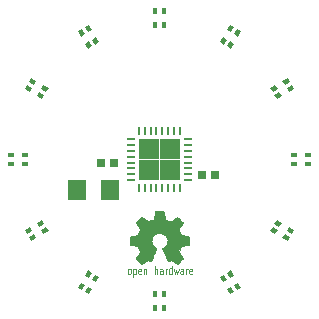
<source format=gbr>
G04 #@! TF.FileFunction,Soldermask,Top*
%FSLAX46Y46*%
G04 Gerber Fmt 4.6, Leading zero omitted, Abs format (unit mm)*
G04 Created by KiCad (PCBNEW (2015-03-21 BZR 5528)-product) date Wed 25 Mar 2015 08:48:55 AM EET*
%MOMM*%
G01*
G04 APERTURE LIST*
%ADD10C,0.100000*%
%ADD11C,0.075000*%
%ADD12C,0.002540*%
%ADD13R,0.700000X0.250000*%
%ADD14R,0.250000X0.700000*%
%ADD15R,1.725000X1.725000*%
%ADD16R,0.800100X0.698500*%
%ADD17R,1.600200X1.803400*%
%ADD18R,0.500000X0.400000*%
%ADD19R,0.400000X0.500000*%
G04 APERTURE END LIST*
D10*
D11*
X2260000Y-9224000D02*
X2260000Y-9684000D01*
X2350000Y-9224000D02*
X2400000Y-9224000D01*
X2300000Y-9254000D02*
X2350000Y-9224000D01*
X2280000Y-9274000D02*
X2300000Y-9254000D01*
X2260000Y-9344000D02*
X2280000Y-9274000D01*
X2700000Y-9684000D02*
X2750000Y-9654000D01*
X2600000Y-9684000D02*
X2700000Y-9684000D01*
X2560000Y-9654000D02*
X2600000Y-9684000D01*
X2540000Y-9584000D02*
X2560000Y-9654000D01*
X2540000Y-9314000D02*
X2540000Y-9584000D01*
X2570000Y-9254000D02*
X2540000Y-9314000D01*
X2610000Y-9224000D02*
X2570000Y-9254000D01*
X2710000Y-9224000D02*
X2610000Y-9224000D01*
X2750000Y-9264000D02*
X2710000Y-9224000D01*
X2770000Y-9334000D02*
X2750000Y-9264000D01*
X2770000Y-9454000D02*
X2770000Y-9334000D01*
X2770000Y-9454000D02*
X2540000Y-9454000D01*
X2020000Y-9314000D02*
X2020000Y-9684000D01*
X1990000Y-9254000D02*
X2020000Y-9314000D01*
X1950000Y-9224000D02*
X1990000Y-9254000D01*
X1850000Y-9224000D02*
X1950000Y-9224000D01*
X1800000Y-9254000D02*
X1850000Y-9224000D01*
X1860000Y-9414000D02*
X1810000Y-9444000D01*
X1980000Y-9414000D02*
X1860000Y-9414000D01*
X2020000Y-9384000D02*
X1980000Y-9414000D01*
X1970000Y-9684000D02*
X2020000Y-9644000D01*
X1850000Y-9684000D02*
X1970000Y-9684000D01*
X1800000Y-9644000D02*
X1850000Y-9684000D01*
X1780000Y-9584000D02*
X1800000Y-9644000D01*
X1780000Y-9514000D02*
X1780000Y-9584000D01*
X1810000Y-9444000D02*
X1780000Y-9514000D01*
X1230000Y-9224000D02*
X1330000Y-9684000D01*
X1330000Y-9684000D02*
X1420000Y-9344000D01*
X1420000Y-9344000D02*
X1520000Y-9684000D01*
X1520000Y-9684000D02*
X1620000Y-9224000D01*
X1040000Y-9654000D02*
X1000000Y-9684000D01*
X1000000Y-9684000D02*
X890000Y-9684000D01*
X890000Y-9684000D02*
X850000Y-9654000D01*
X850000Y-9654000D02*
X830000Y-9624000D01*
X830000Y-9624000D02*
X800000Y-9554000D01*
X800000Y-9554000D02*
X800000Y-9354000D01*
X800000Y-9354000D02*
X830000Y-9284000D01*
X830000Y-9284000D02*
X850000Y-9254000D01*
X850000Y-9254000D02*
X910000Y-9214000D01*
X910000Y-9214000D02*
X980000Y-9214000D01*
X980000Y-9214000D02*
X1040000Y-9254000D01*
X1040000Y-8984000D02*
X1040000Y-9684000D01*
X520000Y-9344000D02*
X540000Y-9274000D01*
X540000Y-9274000D02*
X560000Y-9254000D01*
X560000Y-9254000D02*
X610000Y-9224000D01*
X610000Y-9224000D02*
X660000Y-9224000D01*
X520000Y-9224000D02*
X520000Y-9684000D01*
X70000Y-9444000D02*
X40000Y-9514000D01*
X40000Y-9514000D02*
X40000Y-9584000D01*
X40000Y-9584000D02*
X60000Y-9644000D01*
X60000Y-9644000D02*
X110000Y-9684000D01*
X110000Y-9684000D02*
X230000Y-9684000D01*
X230000Y-9684000D02*
X280000Y-9644000D01*
X280000Y-9384000D02*
X240000Y-9414000D01*
X240000Y-9414000D02*
X120000Y-9414000D01*
X120000Y-9414000D02*
X70000Y-9444000D01*
X60000Y-9254000D02*
X110000Y-9224000D01*
X110000Y-9224000D02*
X210000Y-9224000D01*
X210000Y-9224000D02*
X250000Y-9254000D01*
X250000Y-9254000D02*
X280000Y-9314000D01*
X280000Y-9314000D02*
X280000Y-9684000D01*
X-390000Y-9294000D02*
X-370000Y-9254000D01*
X-370000Y-9254000D02*
X-320000Y-9224000D01*
X-320000Y-9224000D02*
X-240000Y-9224000D01*
X-240000Y-9224000D02*
X-200000Y-9254000D01*
X-200000Y-9254000D02*
X-180000Y-9314000D01*
X-180000Y-9314000D02*
X-180000Y-9684000D01*
X-390000Y-8984000D02*
X-390000Y-9684000D01*
X-1540000Y-9454000D02*
X-1770000Y-9454000D01*
X-1320000Y-9284000D02*
X-1300000Y-9254000D01*
X-1300000Y-9254000D02*
X-1260000Y-9224000D01*
X-1260000Y-9224000D02*
X-1170000Y-9224000D01*
X-1170000Y-9224000D02*
X-1130000Y-9254000D01*
X-1130000Y-9254000D02*
X-1110000Y-9314000D01*
X-1110000Y-9314000D02*
X-1110000Y-9684000D01*
X-1320000Y-9224000D02*
X-1320000Y-9684000D01*
X-1540000Y-9454000D02*
X-1540000Y-9334000D01*
X-1540000Y-9334000D02*
X-1560000Y-9264000D01*
X-1560000Y-9264000D02*
X-1600000Y-9224000D01*
X-1600000Y-9224000D02*
X-1700000Y-9224000D01*
X-1700000Y-9224000D02*
X-1740000Y-9254000D01*
X-1740000Y-9254000D02*
X-1770000Y-9314000D01*
X-1770000Y-9314000D02*
X-1770000Y-9584000D01*
X-1770000Y-9584000D02*
X-1750000Y-9654000D01*
X-1750000Y-9654000D02*
X-1710000Y-9684000D01*
X-1710000Y-9684000D02*
X-1610000Y-9684000D01*
X-1610000Y-9684000D02*
X-1560000Y-9654000D01*
X-2200000Y-9254000D02*
X-2160000Y-9224000D01*
X-2160000Y-9224000D02*
X-2060000Y-9224000D01*
X-2060000Y-9224000D02*
X-2020000Y-9254000D01*
X-2020000Y-9254000D02*
X-1990000Y-9284000D01*
X-1990000Y-9284000D02*
X-1970000Y-9344000D01*
X-1970000Y-9344000D02*
X-1970000Y-9564000D01*
X-1970000Y-9564000D02*
X-1990000Y-9624000D01*
X-1990000Y-9624000D02*
X-2010000Y-9654000D01*
X-2010000Y-9654000D02*
X-2050000Y-9684000D01*
X-2050000Y-9684000D02*
X-2150000Y-9684000D01*
X-2150000Y-9684000D02*
X-2200000Y-9654000D01*
X-2200000Y-9924000D02*
X-2200000Y-9224000D01*
X-2510000Y-9224000D02*
X-2590000Y-9224000D01*
X-2590000Y-9224000D02*
X-2630000Y-9254000D01*
X-2630000Y-9254000D02*
X-2650000Y-9284000D01*
X-2650000Y-9284000D02*
X-2680000Y-9354000D01*
X-2590000Y-9684000D02*
X-2510000Y-9684000D01*
X-2510000Y-9684000D02*
X-2460000Y-9654000D01*
X-2460000Y-9654000D02*
X-2440000Y-9624000D01*
X-2440000Y-9624000D02*
X-2420000Y-9554000D01*
X-2420000Y-9554000D02*
X-2420000Y-9354000D01*
X-2420000Y-9354000D02*
X-2440000Y-9294000D01*
X-2440000Y-9294000D02*
X-2460000Y-9264000D01*
X-2460000Y-9264000D02*
X-2510000Y-9224000D01*
X-2680000Y-9354000D02*
X-2680000Y-9554000D01*
X-2680000Y-9554000D02*
X-2660000Y-9614000D01*
X-2660000Y-9614000D02*
X-2640000Y-9644000D01*
X-2640000Y-9644000D02*
X-2590000Y-9684000D01*
D12*
G36*
X-1513840Y-8849360D02*
X-1488440Y-8834120D01*
X-1430020Y-8798560D01*
X-1346200Y-8742680D01*
X-1247140Y-8676640D01*
X-1148080Y-8610600D01*
X-1066800Y-8557260D01*
X-1010920Y-8519160D01*
X-985520Y-8506460D01*
X-972820Y-8511540D01*
X-927100Y-8534400D01*
X-858520Y-8569960D01*
X-817880Y-8590280D01*
X-756920Y-8615680D01*
X-723900Y-8623300D01*
X-718820Y-8613140D01*
X-695960Y-8564880D01*
X-660400Y-8483600D01*
X-614680Y-8374380D01*
X-558800Y-8247380D01*
X-502920Y-8112760D01*
X-444500Y-7973060D01*
X-388620Y-7838440D01*
X-340360Y-7719060D01*
X-299720Y-7622540D01*
X-274320Y-7553960D01*
X-264160Y-7526020D01*
X-266700Y-7518400D01*
X-299720Y-7487920D01*
X-353060Y-7447280D01*
X-472440Y-7350760D01*
X-589280Y-7205980D01*
X-660400Y-7040880D01*
X-683260Y-6855460D01*
X-662940Y-6685280D01*
X-596900Y-6522720D01*
X-482600Y-6375400D01*
X-342900Y-6266180D01*
X-180340Y-6197600D01*
X0Y-6174740D01*
X172720Y-6195060D01*
X340360Y-6261100D01*
X487680Y-6372860D01*
X551180Y-6443980D01*
X637540Y-6593840D01*
X685800Y-6751320D01*
X690880Y-6791960D01*
X683260Y-6967220D01*
X632460Y-7137400D01*
X538480Y-7287260D01*
X408940Y-7411720D01*
X393700Y-7421880D01*
X335280Y-7467600D01*
X294640Y-7498080D01*
X264160Y-7523480D01*
X487680Y-8061960D01*
X523240Y-8145780D01*
X584200Y-8293100D01*
X637540Y-8420100D01*
X680720Y-8521700D01*
X711200Y-8587740D01*
X723900Y-8615680D01*
X723900Y-8618220D01*
X744220Y-8620760D01*
X784860Y-8605520D01*
X861060Y-8569960D01*
X909320Y-8544560D01*
X967740Y-8516620D01*
X993140Y-8506460D01*
X1016000Y-8519160D01*
X1069340Y-8554720D01*
X1150620Y-8608060D01*
X1247140Y-8671560D01*
X1338580Y-8735060D01*
X1422400Y-8790940D01*
X1483360Y-8829040D01*
X1513840Y-8846820D01*
X1518920Y-8846820D01*
X1544320Y-8831580D01*
X1592580Y-8790940D01*
X1666240Y-8722360D01*
X1770380Y-8618220D01*
X1785620Y-8602980D01*
X1871980Y-8516620D01*
X1940560Y-8442960D01*
X1986280Y-8392160D01*
X2004060Y-8369300D01*
X2004060Y-8369300D01*
X1988820Y-8338820D01*
X1950720Y-8277860D01*
X1894840Y-8191500D01*
X1826260Y-8092440D01*
X1648460Y-7833360D01*
X1744980Y-7589520D01*
X1775460Y-7513320D01*
X1813560Y-7424420D01*
X1841500Y-7358380D01*
X1856740Y-7330440D01*
X1882140Y-7320280D01*
X1950720Y-7305040D01*
X2047240Y-7284720D01*
X2161540Y-7264400D01*
X2273300Y-7244080D01*
X2372360Y-7223760D01*
X2443480Y-7211060D01*
X2476500Y-7203440D01*
X2484120Y-7198360D01*
X2491740Y-7183120D01*
X2494280Y-7150100D01*
X2496820Y-7089140D01*
X2499360Y-6995160D01*
X2499360Y-6855460D01*
X2499360Y-6840220D01*
X2496820Y-6710680D01*
X2494280Y-6604000D01*
X2491740Y-6537960D01*
X2486660Y-6510020D01*
X2486660Y-6510020D01*
X2456180Y-6502400D01*
X2385060Y-6487160D01*
X2286000Y-6469380D01*
X2166620Y-6446520D01*
X2159000Y-6443980D01*
X2042160Y-6421120D01*
X1943100Y-6400800D01*
X1871980Y-6385560D01*
X1844040Y-6375400D01*
X1836420Y-6367780D01*
X1813560Y-6322060D01*
X1780540Y-6248400D01*
X1739900Y-6159500D01*
X1701800Y-6065520D01*
X1668780Y-5981700D01*
X1645920Y-5920740D01*
X1638300Y-5892800D01*
X1640840Y-5890260D01*
X1658620Y-5862320D01*
X1699260Y-5801360D01*
X1755140Y-5717540D01*
X1823720Y-5615940D01*
X1828800Y-5608320D01*
X1897380Y-5509260D01*
X1953260Y-5422900D01*
X1988820Y-5364480D01*
X2004060Y-5336540D01*
X2004060Y-5334000D01*
X1981200Y-5303520D01*
X1930400Y-5247640D01*
X1856740Y-5171440D01*
X1770380Y-5082540D01*
X1742440Y-5057140D01*
X1643380Y-4960620D01*
X1577340Y-4899660D01*
X1534160Y-4866640D01*
X1513840Y-4859020D01*
X1513840Y-4859020D01*
X1483360Y-4876800D01*
X1419860Y-4917440D01*
X1336040Y-4975860D01*
X1234440Y-5044440D01*
X1226820Y-5049520D01*
X1127760Y-5118100D01*
X1043940Y-5173980D01*
X985520Y-5214620D01*
X957580Y-5229860D01*
X955040Y-5229860D01*
X914400Y-5217160D01*
X843280Y-5191760D01*
X754380Y-5158740D01*
X662940Y-5120640D01*
X579120Y-5085080D01*
X515620Y-5057140D01*
X485140Y-5039360D01*
X485140Y-5039360D01*
X474980Y-5003800D01*
X457200Y-4927600D01*
X436880Y-4826000D01*
X411480Y-4704080D01*
X408940Y-4683760D01*
X386080Y-4564380D01*
X368300Y-4465320D01*
X353060Y-4396740D01*
X345440Y-4368800D01*
X330200Y-4366260D01*
X271780Y-4361180D01*
X182880Y-4358640D01*
X73660Y-4358640D01*
X-38100Y-4358640D01*
X-147320Y-4361180D01*
X-241300Y-4363720D01*
X-309880Y-4368800D01*
X-337820Y-4373880D01*
X-337820Y-4376420D01*
X-347980Y-4414520D01*
X-365760Y-4488180D01*
X-386080Y-4592320D01*
X-408940Y-4714240D01*
X-414020Y-4737100D01*
X-436880Y-4853940D01*
X-457200Y-4953000D01*
X-469900Y-5019040D01*
X-477520Y-5046980D01*
X-490220Y-5052060D01*
X-538480Y-5072380D01*
X-617220Y-5105400D01*
X-716280Y-5146040D01*
X-944880Y-5237480D01*
X-1226820Y-5046980D01*
X-1252220Y-5029200D01*
X-1353820Y-4960620D01*
X-1435100Y-4904740D01*
X-1493520Y-4866640D01*
X-1516380Y-4853940D01*
X-1518920Y-4853940D01*
X-1546860Y-4879340D01*
X-1602740Y-4932680D01*
X-1678940Y-5006340D01*
X-1767840Y-5092700D01*
X-1831340Y-5158740D01*
X-1910080Y-5237480D01*
X-1958340Y-5290820D01*
X-1986280Y-5323840D01*
X-1993900Y-5344160D01*
X-1991360Y-5359400D01*
X-1973580Y-5387340D01*
X-1932940Y-5448300D01*
X-1874520Y-5534660D01*
X-1805940Y-5633720D01*
X-1750060Y-5717540D01*
X-1689100Y-5811520D01*
X-1651000Y-5877560D01*
X-1635760Y-5910580D01*
X-1640840Y-5923280D01*
X-1658620Y-5979160D01*
X-1694180Y-6062980D01*
X-1734820Y-6162040D01*
X-1833880Y-6383020D01*
X-1978660Y-6410960D01*
X-2067560Y-6428740D01*
X-2189480Y-6451600D01*
X-2308860Y-6474460D01*
X-2491740Y-6510020D01*
X-2499360Y-7185660D01*
X-2471420Y-7198360D01*
X-2443480Y-7205980D01*
X-2374900Y-7221220D01*
X-2278380Y-7241540D01*
X-2161540Y-7261860D01*
X-2065020Y-7279640D01*
X-1965960Y-7299960D01*
X-1894840Y-7312660D01*
X-1864360Y-7320280D01*
X-1854200Y-7330440D01*
X-1831340Y-7378700D01*
X-1795780Y-7454900D01*
X-1755140Y-7546340D01*
X-1717040Y-7640320D01*
X-1681480Y-7729220D01*
X-1658620Y-7795260D01*
X-1648460Y-7828280D01*
X-1661160Y-7856220D01*
X-1699260Y-7914640D01*
X-1752600Y-7995920D01*
X-1821180Y-8094980D01*
X-1887220Y-8191500D01*
X-1945640Y-8275320D01*
X-1983740Y-8336280D01*
X-2001520Y-8364220D01*
X-1991360Y-8382000D01*
X-1953260Y-8430260D01*
X-1879600Y-8506460D01*
X-1767840Y-8615680D01*
X-1750060Y-8633460D01*
X-1663700Y-8717280D01*
X-1590040Y-8785860D01*
X-1536700Y-8831580D01*
X-1513840Y-8849360D01*
X-1513840Y-8849360D01*
G37*
X-1513840Y-8849360D02*
X-1488440Y-8834120D01*
X-1430020Y-8798560D01*
X-1346200Y-8742680D01*
X-1247140Y-8676640D01*
X-1148080Y-8610600D01*
X-1066800Y-8557260D01*
X-1010920Y-8519160D01*
X-985520Y-8506460D01*
X-972820Y-8511540D01*
X-927100Y-8534400D01*
X-858520Y-8569960D01*
X-817880Y-8590280D01*
X-756920Y-8615680D01*
X-723900Y-8623300D01*
X-718820Y-8613140D01*
X-695960Y-8564880D01*
X-660400Y-8483600D01*
X-614680Y-8374380D01*
X-558800Y-8247380D01*
X-502920Y-8112760D01*
X-444500Y-7973060D01*
X-388620Y-7838440D01*
X-340360Y-7719060D01*
X-299720Y-7622540D01*
X-274320Y-7553960D01*
X-264160Y-7526020D01*
X-266700Y-7518400D01*
X-299720Y-7487920D01*
X-353060Y-7447280D01*
X-472440Y-7350760D01*
X-589280Y-7205980D01*
X-660400Y-7040880D01*
X-683260Y-6855460D01*
X-662940Y-6685280D01*
X-596900Y-6522720D01*
X-482600Y-6375400D01*
X-342900Y-6266180D01*
X-180340Y-6197600D01*
X0Y-6174740D01*
X172720Y-6195060D01*
X340360Y-6261100D01*
X487680Y-6372860D01*
X551180Y-6443980D01*
X637540Y-6593840D01*
X685800Y-6751320D01*
X690880Y-6791960D01*
X683260Y-6967220D01*
X632460Y-7137400D01*
X538480Y-7287260D01*
X408940Y-7411720D01*
X393700Y-7421880D01*
X335280Y-7467600D01*
X294640Y-7498080D01*
X264160Y-7523480D01*
X487680Y-8061960D01*
X523240Y-8145780D01*
X584200Y-8293100D01*
X637540Y-8420100D01*
X680720Y-8521700D01*
X711200Y-8587740D01*
X723900Y-8615680D01*
X723900Y-8618220D01*
X744220Y-8620760D01*
X784860Y-8605520D01*
X861060Y-8569960D01*
X909320Y-8544560D01*
X967740Y-8516620D01*
X993140Y-8506460D01*
X1016000Y-8519160D01*
X1069340Y-8554720D01*
X1150620Y-8608060D01*
X1247140Y-8671560D01*
X1338580Y-8735060D01*
X1422400Y-8790940D01*
X1483360Y-8829040D01*
X1513840Y-8846820D01*
X1518920Y-8846820D01*
X1544320Y-8831580D01*
X1592580Y-8790940D01*
X1666240Y-8722360D01*
X1770380Y-8618220D01*
X1785620Y-8602980D01*
X1871980Y-8516620D01*
X1940560Y-8442960D01*
X1986280Y-8392160D01*
X2004060Y-8369300D01*
X2004060Y-8369300D01*
X1988820Y-8338820D01*
X1950720Y-8277860D01*
X1894840Y-8191500D01*
X1826260Y-8092440D01*
X1648460Y-7833360D01*
X1744980Y-7589520D01*
X1775460Y-7513320D01*
X1813560Y-7424420D01*
X1841500Y-7358380D01*
X1856740Y-7330440D01*
X1882140Y-7320280D01*
X1950720Y-7305040D01*
X2047240Y-7284720D01*
X2161540Y-7264400D01*
X2273300Y-7244080D01*
X2372360Y-7223760D01*
X2443480Y-7211060D01*
X2476500Y-7203440D01*
X2484120Y-7198360D01*
X2491740Y-7183120D01*
X2494280Y-7150100D01*
X2496820Y-7089140D01*
X2499360Y-6995160D01*
X2499360Y-6855460D01*
X2499360Y-6840220D01*
X2496820Y-6710680D01*
X2494280Y-6604000D01*
X2491740Y-6537960D01*
X2486660Y-6510020D01*
X2486660Y-6510020D01*
X2456180Y-6502400D01*
X2385060Y-6487160D01*
X2286000Y-6469380D01*
X2166620Y-6446520D01*
X2159000Y-6443980D01*
X2042160Y-6421120D01*
X1943100Y-6400800D01*
X1871980Y-6385560D01*
X1844040Y-6375400D01*
X1836420Y-6367780D01*
X1813560Y-6322060D01*
X1780540Y-6248400D01*
X1739900Y-6159500D01*
X1701800Y-6065520D01*
X1668780Y-5981700D01*
X1645920Y-5920740D01*
X1638300Y-5892800D01*
X1640840Y-5890260D01*
X1658620Y-5862320D01*
X1699260Y-5801360D01*
X1755140Y-5717540D01*
X1823720Y-5615940D01*
X1828800Y-5608320D01*
X1897380Y-5509260D01*
X1953260Y-5422900D01*
X1988820Y-5364480D01*
X2004060Y-5336540D01*
X2004060Y-5334000D01*
X1981200Y-5303520D01*
X1930400Y-5247640D01*
X1856740Y-5171440D01*
X1770380Y-5082540D01*
X1742440Y-5057140D01*
X1643380Y-4960620D01*
X1577340Y-4899660D01*
X1534160Y-4866640D01*
X1513840Y-4859020D01*
X1513840Y-4859020D01*
X1483360Y-4876800D01*
X1419860Y-4917440D01*
X1336040Y-4975860D01*
X1234440Y-5044440D01*
X1226820Y-5049520D01*
X1127760Y-5118100D01*
X1043940Y-5173980D01*
X985520Y-5214620D01*
X957580Y-5229860D01*
X955040Y-5229860D01*
X914400Y-5217160D01*
X843280Y-5191760D01*
X754380Y-5158740D01*
X662940Y-5120640D01*
X579120Y-5085080D01*
X515620Y-5057140D01*
X485140Y-5039360D01*
X485140Y-5039360D01*
X474980Y-5003800D01*
X457200Y-4927600D01*
X436880Y-4826000D01*
X411480Y-4704080D01*
X408940Y-4683760D01*
X386080Y-4564380D01*
X368300Y-4465320D01*
X353060Y-4396740D01*
X345440Y-4368800D01*
X330200Y-4366260D01*
X271780Y-4361180D01*
X182880Y-4358640D01*
X73660Y-4358640D01*
X-38100Y-4358640D01*
X-147320Y-4361180D01*
X-241300Y-4363720D01*
X-309880Y-4368800D01*
X-337820Y-4373880D01*
X-337820Y-4376420D01*
X-347980Y-4414520D01*
X-365760Y-4488180D01*
X-386080Y-4592320D01*
X-408940Y-4714240D01*
X-414020Y-4737100D01*
X-436880Y-4853940D01*
X-457200Y-4953000D01*
X-469900Y-5019040D01*
X-477520Y-5046980D01*
X-490220Y-5052060D01*
X-538480Y-5072380D01*
X-617220Y-5105400D01*
X-716280Y-5146040D01*
X-944880Y-5237480D01*
X-1226820Y-5046980D01*
X-1252220Y-5029200D01*
X-1353820Y-4960620D01*
X-1435100Y-4904740D01*
X-1493520Y-4866640D01*
X-1516380Y-4853940D01*
X-1518920Y-4853940D01*
X-1546860Y-4879340D01*
X-1602740Y-4932680D01*
X-1678940Y-5006340D01*
X-1767840Y-5092700D01*
X-1831340Y-5158740D01*
X-1910080Y-5237480D01*
X-1958340Y-5290820D01*
X-1986280Y-5323840D01*
X-1993900Y-5344160D01*
X-1991360Y-5359400D01*
X-1973580Y-5387340D01*
X-1932940Y-5448300D01*
X-1874520Y-5534660D01*
X-1805940Y-5633720D01*
X-1750060Y-5717540D01*
X-1689100Y-5811520D01*
X-1651000Y-5877560D01*
X-1635760Y-5910580D01*
X-1640840Y-5923280D01*
X-1658620Y-5979160D01*
X-1694180Y-6062980D01*
X-1734820Y-6162040D01*
X-1833880Y-6383020D01*
X-1978660Y-6410960D01*
X-2067560Y-6428740D01*
X-2189480Y-6451600D01*
X-2308860Y-6474460D01*
X-2491740Y-6510020D01*
X-2499360Y-7185660D01*
X-2471420Y-7198360D01*
X-2443480Y-7205980D01*
X-2374900Y-7221220D01*
X-2278380Y-7241540D01*
X-2161540Y-7261860D01*
X-2065020Y-7279640D01*
X-1965960Y-7299960D01*
X-1894840Y-7312660D01*
X-1864360Y-7320280D01*
X-1854200Y-7330440D01*
X-1831340Y-7378700D01*
X-1795780Y-7454900D01*
X-1755140Y-7546340D01*
X-1717040Y-7640320D01*
X-1681480Y-7729220D01*
X-1658620Y-7795260D01*
X-1648460Y-7828280D01*
X-1661160Y-7856220D01*
X-1699260Y-7914640D01*
X-1752600Y-7995920D01*
X-1821180Y-8094980D01*
X-1887220Y-8191500D01*
X-1945640Y-8275320D01*
X-1983740Y-8336280D01*
X-2001520Y-8364220D01*
X-1991360Y-8382000D01*
X-1953260Y-8430260D01*
X-1879600Y-8506460D01*
X-1767840Y-8615680D01*
X-1750060Y-8633460D01*
X-1663700Y-8717280D01*
X-1590040Y-8785860D01*
X-1536700Y-8831580D01*
X-1513840Y-8849360D01*
D13*
X-2400000Y1750000D03*
X-2400000Y1250000D03*
X-2400000Y750000D03*
X-2400000Y250000D03*
X-2400000Y-250000D03*
X-2400000Y-750000D03*
X-2400000Y-1250000D03*
X-2400000Y-1750000D03*
D14*
X-1750000Y-2400000D03*
X-1250000Y-2400000D03*
X-750000Y-2400000D03*
X-250000Y-2400000D03*
X250000Y-2400000D03*
X750000Y-2400000D03*
X1250000Y-2400000D03*
X1750000Y-2400000D03*
D13*
X2400000Y-1750000D03*
X2400000Y-1250000D03*
X2400000Y-750000D03*
X2400000Y-250000D03*
X2400000Y250000D03*
X2400000Y750000D03*
X2400000Y1250000D03*
X2400000Y1750000D03*
D14*
X1750000Y2400000D03*
X1250000Y2400000D03*
X750000Y2400000D03*
X250000Y2400000D03*
X-250000Y2400000D03*
X-750000Y2400000D03*
X-1250000Y2400000D03*
X-1750000Y2400000D03*
D15*
X862500Y-862500D03*
X862500Y862500D03*
X-862500Y-862500D03*
X-862500Y862500D03*
D16*
X3642360Y-1270000D03*
X4739640Y-1270000D03*
X-3855720Y-254000D03*
X-4953000Y-254000D03*
D17*
X-6985000Y-2540000D03*
X-4191000Y-2540000D03*
D18*
X-11400000Y-350000D03*
X-11400000Y350000D03*
X-12600000Y350000D03*
X-12600000Y-350000D03*
X11400000Y350000D03*
X11400000Y-350000D03*
X12600000Y-350000D03*
X12600000Y350000D03*
D19*
X-350000Y11400000D03*
X350000Y11400000D03*
X350000Y12600000D03*
X-350000Y12600000D03*
X350000Y-11400000D03*
X-350000Y-11400000D03*
X-350000Y-12600000D03*
X350000Y-12600000D03*
D10*
G36*
X5348685Y10364196D02*
X5695095Y10164196D01*
X5445095Y9731184D01*
X5098685Y9931184D01*
X5348685Y10364196D01*
X5348685Y10364196D01*
G37*
G36*
X5954903Y10014196D02*
X6301313Y9814196D01*
X6051313Y9381184D01*
X5704903Y9581184D01*
X5954903Y10014196D01*
X5954903Y10014196D01*
G37*
G36*
X6554903Y11053426D02*
X6901313Y10853426D01*
X6651313Y10420414D01*
X6304903Y10620414D01*
X6554903Y11053426D01*
X6554903Y11053426D01*
G37*
G36*
X5948685Y11403426D02*
X6295095Y11203426D01*
X6045095Y10770414D01*
X5698685Y10970414D01*
X5948685Y11403426D01*
X5948685Y11403426D01*
G37*
G36*
X9814196Y6301314D02*
X10014196Y5954904D01*
X9581184Y5704904D01*
X9381184Y6051314D01*
X9814196Y6301314D01*
X9814196Y6301314D01*
G37*
G36*
X10164196Y5695096D02*
X10364196Y5348686D01*
X9931184Y5098686D01*
X9731184Y5445096D01*
X10164196Y5695096D01*
X10164196Y5695096D01*
G37*
G36*
X11203426Y6295096D02*
X11403426Y5948686D01*
X10970414Y5698686D01*
X10770414Y6045096D01*
X11203426Y6295096D01*
X11203426Y6295096D01*
G37*
G36*
X10853426Y6901314D02*
X11053426Y6554904D01*
X10620414Y6304904D01*
X10420414Y6651314D01*
X10853426Y6901314D01*
X10853426Y6901314D01*
G37*
G36*
X-9814196Y-6301314D02*
X-10014196Y-5954904D01*
X-9581184Y-5704904D01*
X-9381184Y-6051314D01*
X-9814196Y-6301314D01*
X-9814196Y-6301314D01*
G37*
G36*
X-10164196Y-5695096D02*
X-10364196Y-5348686D01*
X-9931184Y-5098686D01*
X-9731184Y-5445096D01*
X-10164196Y-5695096D01*
X-10164196Y-5695096D01*
G37*
G36*
X-11203426Y-6295096D02*
X-11403426Y-5948686D01*
X-10970414Y-5698686D01*
X-10770414Y-6045096D01*
X-11203426Y-6295096D01*
X-11203426Y-6295096D01*
G37*
G36*
X-10853426Y-6901314D02*
X-11053426Y-6554904D01*
X-10620414Y-6304904D01*
X-10420414Y-6651314D01*
X-10853426Y-6901314D01*
X-10853426Y-6901314D01*
G37*
G36*
X-5348685Y-10364196D02*
X-5695095Y-10164196D01*
X-5445095Y-9731184D01*
X-5098685Y-9931184D01*
X-5348685Y-10364196D01*
X-5348685Y-10364196D01*
G37*
G36*
X-5954903Y-10014196D02*
X-6301313Y-9814196D01*
X-6051313Y-9381184D01*
X-5704903Y-9581184D01*
X-5954903Y-10014196D01*
X-5954903Y-10014196D01*
G37*
G36*
X-6554903Y-11053426D02*
X-6901313Y-10853426D01*
X-6651313Y-10420414D01*
X-6304903Y-10620414D01*
X-6554903Y-11053426D01*
X-6554903Y-11053426D01*
G37*
G36*
X-5948685Y-11403426D02*
X-6295095Y-11203426D01*
X-6045095Y-10770414D01*
X-5698685Y-10970414D01*
X-5948685Y-11403426D01*
X-5948685Y-11403426D01*
G37*
G36*
X-6301313Y9814196D02*
X-5954903Y10014196D01*
X-5704903Y9581184D01*
X-6051313Y9381184D01*
X-6301313Y9814196D01*
X-6301313Y9814196D01*
G37*
G36*
X-5695095Y10164196D02*
X-5348685Y10364196D01*
X-5098685Y9931184D01*
X-5445095Y9731184D01*
X-5695095Y10164196D01*
X-5695095Y10164196D01*
G37*
G36*
X-6295095Y11203426D02*
X-5948685Y11403426D01*
X-5698685Y10970414D01*
X-6045095Y10770414D01*
X-6295095Y11203426D01*
X-6295095Y11203426D01*
G37*
G36*
X-6901313Y10853426D02*
X-6554903Y11053426D01*
X-6304903Y10620414D01*
X-6651313Y10420414D01*
X-6901313Y10853426D01*
X-6901313Y10853426D01*
G37*
G36*
X-10364196Y5348686D02*
X-10164196Y5695096D01*
X-9731184Y5445096D01*
X-9931184Y5098686D01*
X-10364196Y5348686D01*
X-10364196Y5348686D01*
G37*
G36*
X-10014196Y5954904D02*
X-9814196Y6301314D01*
X-9381184Y6051314D01*
X-9581184Y5704904D01*
X-10014196Y5954904D01*
X-10014196Y5954904D01*
G37*
G36*
X-11053426Y6554904D02*
X-10853426Y6901314D01*
X-10420414Y6651314D01*
X-10620414Y6304904D01*
X-11053426Y6554904D01*
X-11053426Y6554904D01*
G37*
G36*
X-11403426Y5948686D02*
X-11203426Y6295096D01*
X-10770414Y6045096D01*
X-10970414Y5698686D01*
X-11403426Y5948686D01*
X-11403426Y5948686D01*
G37*
G36*
X10364196Y-5348686D02*
X10164196Y-5695096D01*
X9731184Y-5445096D01*
X9931184Y-5098686D01*
X10364196Y-5348686D01*
X10364196Y-5348686D01*
G37*
G36*
X10014196Y-5954904D02*
X9814196Y-6301314D01*
X9381184Y-6051314D01*
X9581184Y-5704904D01*
X10014196Y-5954904D01*
X10014196Y-5954904D01*
G37*
G36*
X11053426Y-6554904D02*
X10853426Y-6901314D01*
X10420414Y-6651314D01*
X10620414Y-6304904D01*
X11053426Y-6554904D01*
X11053426Y-6554904D01*
G37*
G36*
X11403426Y-5948686D02*
X11203426Y-6295096D01*
X10770414Y-6045096D01*
X10970414Y-5698686D01*
X11403426Y-5948686D01*
X11403426Y-5948686D01*
G37*
G36*
X6301313Y-9814196D02*
X5954903Y-10014196D01*
X5704903Y-9581184D01*
X6051313Y-9381184D01*
X6301313Y-9814196D01*
X6301313Y-9814196D01*
G37*
G36*
X5695095Y-10164196D02*
X5348685Y-10364196D01*
X5098685Y-9931184D01*
X5445095Y-9731184D01*
X5695095Y-10164196D01*
X5695095Y-10164196D01*
G37*
G36*
X6295095Y-11203426D02*
X5948685Y-11403426D01*
X5698685Y-10970414D01*
X6045095Y-10770414D01*
X6295095Y-11203426D01*
X6295095Y-11203426D01*
G37*
G36*
X6901313Y-10853426D02*
X6554903Y-11053426D01*
X6304903Y-10620414D01*
X6651313Y-10420414D01*
X6901313Y-10853426D01*
X6901313Y-10853426D01*
G37*
M02*

</source>
